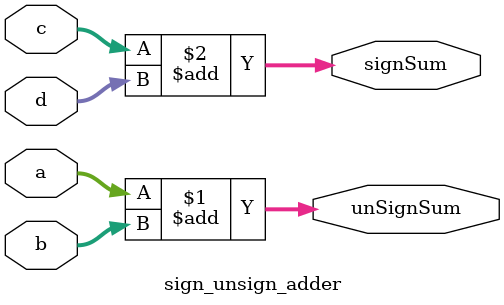
<source format=v>
module sign_unsign_adder(a,b,c,d,signSum,unSignSum);
  input [7:0] a,b;
  input signed [7:0] c,d;
  output [7:0] unSignSum;
  output signed [8:0] signSum;
  assign unSignSum = a+b;
  assign signSum = c+d;
endmodule

</source>
